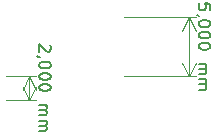
<source format=gbr>
G04 #@! TF.GenerationSoftware,KiCad,Pcbnew,5.1.5-52549c5~84~ubuntu18.04.1*
G04 #@! TF.CreationDate,2020-05-23T22:27:17-03:00*
G04 #@! TF.ProjectId,SampleHolder_Cryo,53616d70-6c65-4486-9f6c-6465725f4372,rev?*
G04 #@! TF.SameCoordinates,Original*
G04 #@! TF.FileFunction,Legend,Top*
G04 #@! TF.FilePolarity,Positive*
%FSLAX46Y46*%
G04 Gerber Fmt 4.6, Leading zero omitted, Abs format (unit mm)*
G04 Created by KiCad (PCBNEW 5.1.5-52549c5~84~ubuntu18.04.1) date 2020-05-23 22:27:17*
%MOMM*%
%LPD*%
G04 APERTURE LIST*
%ADD10C,0.150000*%
%ADD11C,0.120000*%
G04 APERTURE END LIST*
D10*
X158722380Y-84333333D02*
X158770000Y-84380952D01*
X158817619Y-84476190D01*
X158817619Y-84714285D01*
X158770000Y-84809523D01*
X158722380Y-84857142D01*
X158627142Y-84904761D01*
X158531904Y-84904761D01*
X158389047Y-84857142D01*
X157817619Y-84285714D01*
X157817619Y-84904761D01*
X157865238Y-85380952D02*
X157817619Y-85380952D01*
X157722380Y-85333333D01*
X157674761Y-85285714D01*
X158817619Y-86000000D02*
X158817619Y-86095238D01*
X158770000Y-86190476D01*
X158722380Y-86238095D01*
X158627142Y-86285714D01*
X158436666Y-86333333D01*
X158198571Y-86333333D01*
X158008095Y-86285714D01*
X157912857Y-86238095D01*
X157865238Y-86190476D01*
X157817619Y-86095238D01*
X157817619Y-86000000D01*
X157865238Y-85904761D01*
X157912857Y-85857142D01*
X158008095Y-85809523D01*
X158198571Y-85761904D01*
X158436666Y-85761904D01*
X158627142Y-85809523D01*
X158722380Y-85857142D01*
X158770000Y-85904761D01*
X158817619Y-86000000D01*
X158817619Y-86952380D02*
X158817619Y-87047619D01*
X158770000Y-87142857D01*
X158722380Y-87190476D01*
X158627142Y-87238095D01*
X158436666Y-87285714D01*
X158198571Y-87285714D01*
X158008095Y-87238095D01*
X157912857Y-87190476D01*
X157865238Y-87142857D01*
X157817619Y-87047619D01*
X157817619Y-86952380D01*
X157865238Y-86857142D01*
X157912857Y-86809523D01*
X158008095Y-86761904D01*
X158198571Y-86714285D01*
X158436666Y-86714285D01*
X158627142Y-86761904D01*
X158722380Y-86809523D01*
X158770000Y-86857142D01*
X158817619Y-86952380D01*
X158817619Y-87904761D02*
X158817619Y-88000000D01*
X158770000Y-88095238D01*
X158722380Y-88142857D01*
X158627142Y-88190476D01*
X158436666Y-88238095D01*
X158198571Y-88238095D01*
X158008095Y-88190476D01*
X157912857Y-88142857D01*
X157865238Y-88095238D01*
X157817619Y-88000000D01*
X157817619Y-87904761D01*
X157865238Y-87809523D01*
X157912857Y-87761904D01*
X158008095Y-87714285D01*
X158198571Y-87666666D01*
X158436666Y-87666666D01*
X158627142Y-87714285D01*
X158722380Y-87761904D01*
X158770000Y-87809523D01*
X158817619Y-87904761D01*
X157817619Y-89428571D02*
X158484285Y-89428571D01*
X158389047Y-89428571D02*
X158436666Y-89476190D01*
X158484285Y-89571428D01*
X158484285Y-89714285D01*
X158436666Y-89809523D01*
X158341428Y-89857142D01*
X157817619Y-89857142D01*
X158341428Y-89857142D02*
X158436666Y-89904761D01*
X158484285Y-90000000D01*
X158484285Y-90142857D01*
X158436666Y-90238095D01*
X158341428Y-90285714D01*
X157817619Y-90285714D01*
X157817619Y-90761904D02*
X158484285Y-90761904D01*
X158389047Y-90761904D02*
X158436666Y-90809523D01*
X158484285Y-90904761D01*
X158484285Y-91047619D01*
X158436666Y-91142857D01*
X158341428Y-91190476D01*
X157817619Y-91190476D01*
X158341428Y-91190476D02*
X158436666Y-91238095D01*
X158484285Y-91333333D01*
X158484285Y-91476190D01*
X158436666Y-91571428D01*
X158341428Y-91619047D01*
X157817619Y-91619047D01*
D11*
X157000000Y-87000000D02*
X157000000Y-89000000D01*
X155000000Y-87000000D02*
X157586421Y-87000000D01*
X155000000Y-89000000D02*
X157586421Y-89000000D01*
X157000000Y-89000000D02*
X156413579Y-87873496D01*
X157000000Y-89000000D02*
X157586421Y-87873496D01*
X157000000Y-87000000D02*
X156413579Y-88126504D01*
X157000000Y-87000000D02*
X157586421Y-88126504D01*
D10*
X172317619Y-81357142D02*
X172317619Y-80880952D01*
X171841428Y-80833333D01*
X171889047Y-80880952D01*
X171936666Y-80976190D01*
X171936666Y-81214285D01*
X171889047Y-81309523D01*
X171841428Y-81357142D01*
X171746190Y-81404761D01*
X171508095Y-81404761D01*
X171412857Y-81357142D01*
X171365238Y-81309523D01*
X171317619Y-81214285D01*
X171317619Y-80976190D01*
X171365238Y-80880952D01*
X171412857Y-80833333D01*
X171365238Y-81880952D02*
X171317619Y-81880952D01*
X171222380Y-81833333D01*
X171174761Y-81785714D01*
X172317619Y-82500000D02*
X172317619Y-82595238D01*
X172270000Y-82690476D01*
X172222380Y-82738095D01*
X172127142Y-82785714D01*
X171936666Y-82833333D01*
X171698571Y-82833333D01*
X171508095Y-82785714D01*
X171412857Y-82738095D01*
X171365238Y-82690476D01*
X171317619Y-82595238D01*
X171317619Y-82500000D01*
X171365238Y-82404761D01*
X171412857Y-82357142D01*
X171508095Y-82309523D01*
X171698571Y-82261904D01*
X171936666Y-82261904D01*
X172127142Y-82309523D01*
X172222380Y-82357142D01*
X172270000Y-82404761D01*
X172317619Y-82500000D01*
X172317619Y-83452380D02*
X172317619Y-83547619D01*
X172270000Y-83642857D01*
X172222380Y-83690476D01*
X172127142Y-83738095D01*
X171936666Y-83785714D01*
X171698571Y-83785714D01*
X171508095Y-83738095D01*
X171412857Y-83690476D01*
X171365238Y-83642857D01*
X171317619Y-83547619D01*
X171317619Y-83452380D01*
X171365238Y-83357142D01*
X171412857Y-83309523D01*
X171508095Y-83261904D01*
X171698571Y-83214285D01*
X171936666Y-83214285D01*
X172127142Y-83261904D01*
X172222380Y-83309523D01*
X172270000Y-83357142D01*
X172317619Y-83452380D01*
X172317619Y-84404761D02*
X172317619Y-84500000D01*
X172270000Y-84595238D01*
X172222380Y-84642857D01*
X172127142Y-84690476D01*
X171936666Y-84738095D01*
X171698571Y-84738095D01*
X171508095Y-84690476D01*
X171412857Y-84642857D01*
X171365238Y-84595238D01*
X171317619Y-84500000D01*
X171317619Y-84404761D01*
X171365238Y-84309523D01*
X171412857Y-84261904D01*
X171508095Y-84214285D01*
X171698571Y-84166666D01*
X171936666Y-84166666D01*
X172127142Y-84214285D01*
X172222380Y-84261904D01*
X172270000Y-84309523D01*
X172317619Y-84404761D01*
X171317619Y-85928571D02*
X171984285Y-85928571D01*
X171889047Y-85928571D02*
X171936666Y-85976190D01*
X171984285Y-86071428D01*
X171984285Y-86214285D01*
X171936666Y-86309523D01*
X171841428Y-86357142D01*
X171317619Y-86357142D01*
X171841428Y-86357142D02*
X171936666Y-86404761D01*
X171984285Y-86500000D01*
X171984285Y-86642857D01*
X171936666Y-86738095D01*
X171841428Y-86785714D01*
X171317619Y-86785714D01*
X171317619Y-87261904D02*
X171984285Y-87261904D01*
X171889047Y-87261904D02*
X171936666Y-87309523D01*
X171984285Y-87404761D01*
X171984285Y-87547619D01*
X171936666Y-87642857D01*
X171841428Y-87690476D01*
X171317619Y-87690476D01*
X171841428Y-87690476D02*
X171936666Y-87738095D01*
X171984285Y-87833333D01*
X171984285Y-87976190D01*
X171936666Y-88071428D01*
X171841428Y-88119047D01*
X171317619Y-88119047D01*
D11*
X170500000Y-82000000D02*
X170500000Y-87000000D01*
X165000000Y-82000000D02*
X171086421Y-82000000D01*
X165000000Y-87000000D02*
X171086421Y-87000000D01*
X170500000Y-87000000D02*
X169913579Y-85873496D01*
X170500000Y-87000000D02*
X171086421Y-85873496D01*
X170500000Y-82000000D02*
X169913579Y-83126504D01*
X170500000Y-82000000D02*
X171086421Y-83126504D01*
M02*

</source>
